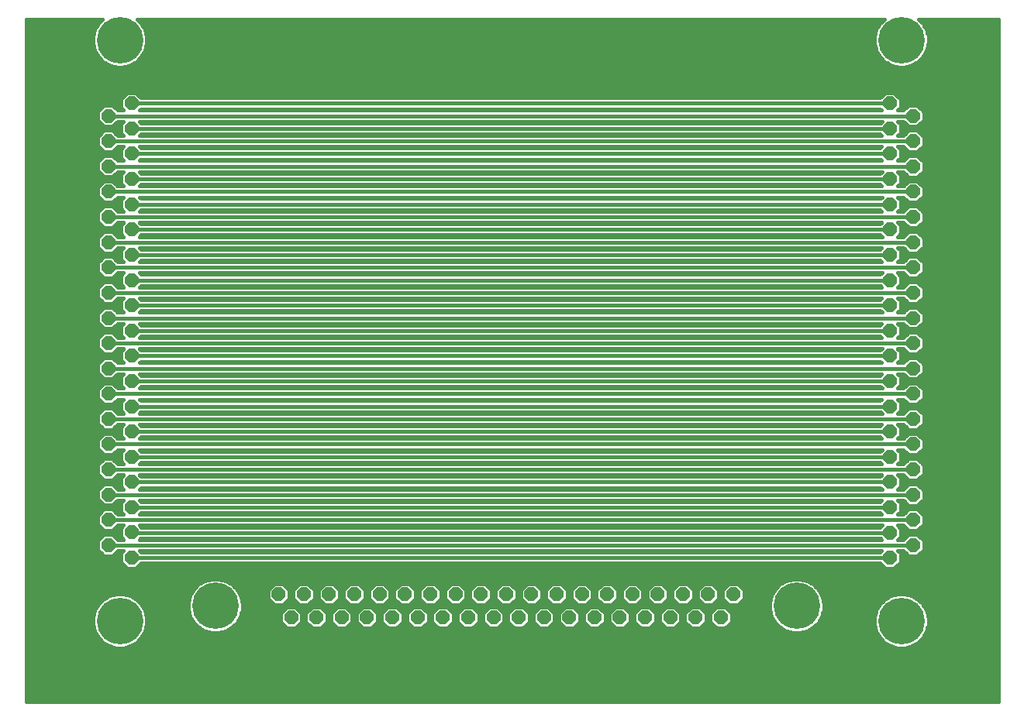
<source format=gtl>
G75*
%MOIN*%
%OFA0B0*%
%FSLAX25Y25*%
%IPPOS*%
%LPD*%
%AMOC8*
5,1,8,0,0,1.08239X$1,22.5*
%
%ADD10OC8,0.06000*%
%ADD11C,0.20000*%
%ADD12C,0.01600*%
D10*
X0075300Y0091004D03*
X0065300Y0096404D03*
X0075300Y0101904D03*
X0065300Y0107304D03*
X0075300Y0112704D03*
X0065300Y0118204D03*
X0075300Y0123604D03*
X0065300Y0129004D03*
X0075300Y0134504D03*
X0065300Y0139904D03*
X0075300Y0145304D03*
X0065300Y0150804D03*
X0075300Y0156204D03*
X0065300Y0161604D03*
X0075300Y0167104D03*
X0065300Y0172504D03*
X0075300Y0177904D03*
X0065300Y0183404D03*
X0075300Y0188804D03*
X0065300Y0194204D03*
X0075300Y0199704D03*
X0065300Y0205104D03*
X0075300Y0210504D03*
X0065300Y0216004D03*
X0075300Y0221404D03*
X0065300Y0226804D03*
X0075300Y0232304D03*
X0065300Y0237704D03*
X0075300Y0243204D03*
X0065300Y0248604D03*
X0075300Y0254004D03*
X0065300Y0259504D03*
X0075300Y0264904D03*
X0065300Y0270304D03*
X0075300Y0275804D03*
X0065300Y0281204D03*
X0075300Y0286604D03*
X0138563Y0075300D03*
X0149363Y0075300D03*
X0160263Y0075300D03*
X0171163Y0075300D03*
X0181963Y0075300D03*
X0192863Y0075300D03*
X0203763Y0075300D03*
X0214663Y0075300D03*
X0225463Y0075300D03*
X0236363Y0075300D03*
X0247263Y0075300D03*
X0258063Y0075300D03*
X0268963Y0075300D03*
X0279863Y0075300D03*
X0290663Y0075300D03*
X0301563Y0075300D03*
X0312463Y0075300D03*
X0323263Y0075300D03*
X0334163Y0075300D03*
X0328763Y0065300D03*
X0317863Y0065300D03*
X0306963Y0065300D03*
X0296163Y0065300D03*
X0285263Y0065300D03*
X0274363Y0065300D03*
X0263563Y0065300D03*
X0252663Y0065300D03*
X0241763Y0065300D03*
X0230963Y0065300D03*
X0220063Y0065300D03*
X0209163Y0065300D03*
X0198363Y0065300D03*
X0187463Y0065300D03*
X0176563Y0065300D03*
X0165663Y0065300D03*
X0154863Y0065300D03*
X0143963Y0065300D03*
X0401363Y0091004D03*
X0401363Y0101804D03*
X0411363Y0096404D03*
X0411363Y0107304D03*
X0411363Y0118104D03*
X0401363Y0112704D03*
X0401363Y0123604D03*
X0401363Y0134404D03*
X0401363Y0145304D03*
X0411363Y0150704D03*
X0411363Y0139904D03*
X0411363Y0129004D03*
X0401363Y0156204D03*
X0401363Y0167104D03*
X0401363Y0177904D03*
X0411363Y0172504D03*
X0411363Y0183404D03*
X0411363Y0194204D03*
X0401363Y0188804D03*
X0401363Y0199704D03*
X0401363Y0210504D03*
X0411363Y0205104D03*
X0411363Y0216004D03*
X0411363Y0226804D03*
X0411363Y0237704D03*
X0401363Y0243104D03*
X0401363Y0232304D03*
X0401363Y0221404D03*
X0411363Y0248604D03*
X0411363Y0259404D03*
X0411363Y0270304D03*
X0401363Y0275704D03*
X0401363Y0264904D03*
X0401363Y0254004D03*
X0411363Y0281204D03*
X0401363Y0286604D03*
X0411363Y0161604D03*
D11*
X0361363Y0070300D03*
X0406363Y0063804D03*
X0111363Y0070300D03*
X0070300Y0063804D03*
X0070300Y0313804D03*
X0406363Y0313804D03*
D12*
X0030073Y0322850D02*
X0030073Y0028931D01*
X0448007Y0028931D01*
X0448007Y0322850D01*
X0413722Y0322850D01*
X0415645Y0320927D01*
X0417172Y0318281D01*
X0417963Y0315331D01*
X0417963Y0312277D01*
X0417172Y0309327D01*
X0415645Y0306681D01*
X0413486Y0304522D01*
X0410840Y0302994D01*
X0407890Y0302204D01*
X0404836Y0302204D01*
X0401886Y0302994D01*
X0399240Y0304522D01*
X0397081Y0306681D01*
X0395554Y0309327D01*
X0394763Y0312277D01*
X0394763Y0315331D01*
X0395554Y0318281D01*
X0397081Y0320927D01*
X0399004Y0322850D01*
X0077659Y0322850D01*
X0079582Y0320927D01*
X0081109Y0318281D01*
X0081900Y0315331D01*
X0081900Y0312277D01*
X0081109Y0309327D01*
X0079582Y0306681D01*
X0077423Y0304522D01*
X0074777Y0302994D01*
X0071827Y0302204D01*
X0068773Y0302204D01*
X0065823Y0302994D01*
X0063177Y0304522D01*
X0061018Y0306681D01*
X0059491Y0309327D01*
X0058700Y0312277D01*
X0058700Y0315331D01*
X0059491Y0318281D01*
X0061018Y0320927D01*
X0062941Y0322850D01*
X0030073Y0322850D01*
X0030073Y0321499D02*
X0061590Y0321499D01*
X0060425Y0319900D02*
X0030073Y0319900D01*
X0030073Y0318302D02*
X0059502Y0318302D01*
X0059068Y0316703D02*
X0030073Y0316703D01*
X0030073Y0315105D02*
X0058700Y0315105D01*
X0058700Y0313506D02*
X0030073Y0313506D01*
X0030073Y0311908D02*
X0058799Y0311908D01*
X0059227Y0310309D02*
X0030073Y0310309D01*
X0030073Y0308711D02*
X0059846Y0308711D01*
X0060769Y0307112D02*
X0030073Y0307112D01*
X0030073Y0305514D02*
X0062185Y0305514D01*
X0064228Y0303915D02*
X0030073Y0303915D01*
X0030073Y0302317D02*
X0068352Y0302317D01*
X0072248Y0302317D02*
X0404415Y0302317D01*
X0408311Y0302317D02*
X0448007Y0302317D01*
X0448007Y0303915D02*
X0412435Y0303915D01*
X0414478Y0305514D02*
X0448007Y0305514D01*
X0448007Y0307112D02*
X0415894Y0307112D01*
X0416817Y0308711D02*
X0448007Y0308711D01*
X0448007Y0310309D02*
X0417436Y0310309D01*
X0417864Y0311908D02*
X0448007Y0311908D01*
X0448007Y0313506D02*
X0417963Y0313506D01*
X0417963Y0315105D02*
X0448007Y0315105D01*
X0448007Y0316703D02*
X0417595Y0316703D01*
X0417161Y0318302D02*
X0448007Y0318302D01*
X0448007Y0319900D02*
X0416238Y0319900D01*
X0415073Y0321499D02*
X0448007Y0321499D01*
X0448007Y0300718D02*
X0030073Y0300718D01*
X0030073Y0299120D02*
X0448007Y0299120D01*
X0448007Y0297521D02*
X0030073Y0297521D01*
X0030073Y0295923D02*
X0448007Y0295923D01*
X0448007Y0294324D02*
X0030073Y0294324D01*
X0030073Y0292726D02*
X0448007Y0292726D01*
X0448007Y0291127D02*
X0403345Y0291127D01*
X0403268Y0291204D02*
X0399458Y0291204D01*
X0397258Y0289004D01*
X0079405Y0289004D01*
X0077205Y0291204D01*
X0073395Y0291204D01*
X0070700Y0288509D01*
X0070700Y0284699D01*
X0071795Y0283604D01*
X0069405Y0283604D01*
X0067205Y0285804D01*
X0063395Y0285804D01*
X0060700Y0283109D01*
X0060700Y0279299D01*
X0063395Y0276604D01*
X0067205Y0276604D01*
X0069405Y0278804D01*
X0071795Y0278804D01*
X0070700Y0277709D01*
X0070700Y0273899D01*
X0071895Y0272704D01*
X0069405Y0272704D01*
X0067205Y0274904D01*
X0063395Y0274904D01*
X0060700Y0272209D01*
X0060700Y0268399D01*
X0063395Y0265704D01*
X0067205Y0265704D01*
X0069405Y0267904D01*
X0071795Y0267904D01*
X0070700Y0266809D01*
X0070700Y0262999D01*
X0071795Y0261904D01*
X0069405Y0261904D01*
X0067205Y0264104D01*
X0063395Y0264104D01*
X0060700Y0261409D01*
X0060700Y0257599D01*
X0063395Y0254904D01*
X0067205Y0254904D01*
X0069405Y0257104D01*
X0071895Y0257104D01*
X0070700Y0255909D01*
X0070700Y0252099D01*
X0071795Y0251004D01*
X0069405Y0251004D01*
X0067205Y0253204D01*
X0063395Y0253204D01*
X0060700Y0250509D01*
X0060700Y0246699D01*
X0063395Y0244004D01*
X0067205Y0244004D01*
X0069405Y0246204D01*
X0071795Y0246204D01*
X0070700Y0245109D01*
X0070700Y0241299D01*
X0071895Y0240104D01*
X0069405Y0240104D01*
X0067205Y0242304D01*
X0063395Y0242304D01*
X0060700Y0239609D01*
X0060700Y0235799D01*
X0063395Y0233104D01*
X0067205Y0233104D01*
X0069405Y0235304D01*
X0071795Y0235304D01*
X0070700Y0234209D01*
X0070700Y0230399D01*
X0071895Y0229204D01*
X0069405Y0229204D01*
X0067205Y0231404D01*
X0063395Y0231404D01*
X0060700Y0228709D01*
X0060700Y0224899D01*
X0063395Y0222204D01*
X0067205Y0222204D01*
X0069405Y0224404D01*
X0071795Y0224404D01*
X0070700Y0223309D01*
X0070700Y0219499D01*
X0071795Y0218404D01*
X0069405Y0218404D01*
X0067205Y0220604D01*
X0063395Y0220604D01*
X0060700Y0217909D01*
X0060700Y0214099D01*
X0063395Y0211404D01*
X0067205Y0211404D01*
X0069405Y0213604D01*
X0071895Y0213604D01*
X0070700Y0212409D01*
X0070700Y0208599D01*
X0071795Y0207504D01*
X0069405Y0207504D01*
X0067205Y0209704D01*
X0063395Y0209704D01*
X0060700Y0207009D01*
X0060700Y0203199D01*
X0063395Y0200504D01*
X0067205Y0200504D01*
X0069405Y0202704D01*
X0071795Y0202704D01*
X0070700Y0201609D01*
X0070700Y0197799D01*
X0071895Y0196604D01*
X0069405Y0196604D01*
X0067205Y0198804D01*
X0063395Y0198804D01*
X0060700Y0196109D01*
X0060700Y0192299D01*
X0063395Y0189604D01*
X0067205Y0189604D01*
X0069405Y0191804D01*
X0071795Y0191804D01*
X0070700Y0190709D01*
X0070700Y0186899D01*
X0071795Y0185804D01*
X0069405Y0185804D01*
X0067205Y0188004D01*
X0063395Y0188004D01*
X0060700Y0185309D01*
X0060700Y0181499D01*
X0063395Y0178804D01*
X0067205Y0178804D01*
X0069405Y0181004D01*
X0071895Y0181004D01*
X0070700Y0179809D01*
X0070700Y0175999D01*
X0071795Y0174904D01*
X0069405Y0174904D01*
X0067205Y0177104D01*
X0063395Y0177104D01*
X0060700Y0174409D01*
X0060700Y0170599D01*
X0063395Y0167904D01*
X0067205Y0167904D01*
X0069405Y0170104D01*
X0071795Y0170104D01*
X0070700Y0169009D01*
X0070700Y0165199D01*
X0071895Y0164004D01*
X0069405Y0164004D01*
X0067205Y0166204D01*
X0063395Y0166204D01*
X0060700Y0163509D01*
X0060700Y0159699D01*
X0063395Y0157004D01*
X0067205Y0157004D01*
X0069405Y0159204D01*
X0071795Y0159204D01*
X0070700Y0158109D01*
X0070700Y0154299D01*
X0071895Y0153104D01*
X0069505Y0153104D01*
X0067205Y0155404D01*
X0063395Y0155404D01*
X0060700Y0152709D01*
X0060700Y0148899D01*
X0063395Y0146204D01*
X0067205Y0146204D01*
X0069305Y0148304D01*
X0071795Y0148304D01*
X0070700Y0147209D01*
X0070700Y0143399D01*
X0071795Y0142304D01*
X0069405Y0142304D01*
X0067205Y0144504D01*
X0063395Y0144504D01*
X0060700Y0141809D01*
X0060700Y0137999D01*
X0063395Y0135304D01*
X0067205Y0135304D01*
X0069405Y0137504D01*
X0071795Y0137504D01*
X0070700Y0136409D01*
X0070700Y0132599D01*
X0071895Y0131404D01*
X0069405Y0131404D01*
X0067205Y0133604D01*
X0063395Y0133604D01*
X0060700Y0130909D01*
X0060700Y0127099D01*
X0063395Y0124404D01*
X0067205Y0124404D01*
X0069405Y0126604D01*
X0071795Y0126604D01*
X0070700Y0125509D01*
X0070700Y0121699D01*
X0071895Y0120504D01*
X0069505Y0120504D01*
X0067205Y0122804D01*
X0063395Y0122804D01*
X0060700Y0120109D01*
X0060700Y0116299D01*
X0063395Y0113604D01*
X0067205Y0113604D01*
X0069305Y0115704D01*
X0071795Y0115704D01*
X0070700Y0114609D01*
X0070700Y0110799D01*
X0071795Y0109704D01*
X0069405Y0109704D01*
X0067205Y0111904D01*
X0063395Y0111904D01*
X0060700Y0109209D01*
X0060700Y0105399D01*
X0063395Y0102704D01*
X0067205Y0102704D01*
X0069405Y0104904D01*
X0071795Y0104904D01*
X0070700Y0103809D01*
X0070700Y0099999D01*
X0071895Y0098804D01*
X0069405Y0098804D01*
X0067205Y0101004D01*
X0063395Y0101004D01*
X0060700Y0098309D01*
X0060700Y0094499D01*
X0063395Y0091804D01*
X0067205Y0091804D01*
X0069405Y0094004D01*
X0071795Y0094004D01*
X0070700Y0092909D01*
X0070700Y0089099D01*
X0073395Y0086404D01*
X0077205Y0086404D01*
X0079405Y0088604D01*
X0397258Y0088604D01*
X0399458Y0086404D01*
X0403268Y0086404D01*
X0405963Y0089099D01*
X0405963Y0092909D01*
X0404868Y0094004D01*
X0407258Y0094004D01*
X0409458Y0091804D01*
X0413268Y0091804D01*
X0415963Y0094499D01*
X0415963Y0098309D01*
X0413268Y0101004D01*
X0409458Y0101004D01*
X0407258Y0098804D01*
X0404868Y0098804D01*
X0405963Y0099899D01*
X0405963Y0103709D01*
X0404768Y0104904D01*
X0407258Y0104904D01*
X0409458Y0102704D01*
X0413268Y0102704D01*
X0415963Y0105399D01*
X0415963Y0109209D01*
X0413268Y0111904D01*
X0409458Y0111904D01*
X0407258Y0109704D01*
X0404868Y0109704D01*
X0405963Y0110799D01*
X0405963Y0114609D01*
X0404868Y0115704D01*
X0407258Y0115704D01*
X0409458Y0113504D01*
X0413268Y0113504D01*
X0415963Y0116199D01*
X0415963Y0120009D01*
X0413268Y0122704D01*
X0409458Y0122704D01*
X0407258Y0120504D01*
X0404768Y0120504D01*
X0405963Y0121699D01*
X0405963Y0125509D01*
X0404868Y0126604D01*
X0407258Y0126604D01*
X0409458Y0124404D01*
X0413268Y0124404D01*
X0415963Y0127099D01*
X0415963Y0130909D01*
X0413268Y0133604D01*
X0409458Y0133604D01*
X0407258Y0131404D01*
X0404868Y0131404D01*
X0405963Y0132499D01*
X0405963Y0136309D01*
X0404768Y0137504D01*
X0407258Y0137504D01*
X0409458Y0135304D01*
X0413268Y0135304D01*
X0415963Y0137999D01*
X0415963Y0141809D01*
X0413268Y0144504D01*
X0409458Y0144504D01*
X0407258Y0142304D01*
X0404868Y0142304D01*
X0405963Y0143399D01*
X0405963Y0147209D01*
X0404868Y0148304D01*
X0407258Y0148304D01*
X0409458Y0146104D01*
X0413268Y0146104D01*
X0415963Y0148799D01*
X0415963Y0152609D01*
X0413268Y0155304D01*
X0409458Y0155304D01*
X0407258Y0153104D01*
X0404768Y0153104D01*
X0405963Y0154299D01*
X0405963Y0158109D01*
X0404868Y0159204D01*
X0407258Y0159204D01*
X0409458Y0157004D01*
X0413268Y0157004D01*
X0415963Y0159699D01*
X0415963Y0163509D01*
X0413268Y0166204D01*
X0409458Y0166204D01*
X0407258Y0164004D01*
X0404768Y0164004D01*
X0405963Y0165199D01*
X0405963Y0169009D01*
X0404868Y0170104D01*
X0407258Y0170104D01*
X0409458Y0167904D01*
X0413268Y0167904D01*
X0415963Y0170599D01*
X0415963Y0174409D01*
X0413268Y0177104D01*
X0409458Y0177104D01*
X0407258Y0174904D01*
X0404868Y0174904D01*
X0405963Y0175999D01*
X0405963Y0179809D01*
X0404768Y0181004D01*
X0407258Y0181004D01*
X0409458Y0178804D01*
X0413268Y0178804D01*
X0415963Y0181499D01*
X0415963Y0185309D01*
X0413268Y0188004D01*
X0409458Y0188004D01*
X0407258Y0185804D01*
X0404868Y0185804D01*
X0405963Y0186899D01*
X0405963Y0190709D01*
X0404868Y0191804D01*
X0407258Y0191804D01*
X0409458Y0189604D01*
X0413268Y0189604D01*
X0415963Y0192299D01*
X0415963Y0196109D01*
X0413268Y0198804D01*
X0409458Y0198804D01*
X0407258Y0196604D01*
X0404768Y0196604D01*
X0405963Y0197799D01*
X0405963Y0201609D01*
X0404868Y0202704D01*
X0407258Y0202704D01*
X0409458Y0200504D01*
X0413268Y0200504D01*
X0415963Y0203199D01*
X0415963Y0207009D01*
X0413268Y0209704D01*
X0409458Y0209704D01*
X0407258Y0207504D01*
X0404868Y0207504D01*
X0405963Y0208599D01*
X0405963Y0212409D01*
X0404768Y0213604D01*
X0407258Y0213604D01*
X0409458Y0211404D01*
X0413268Y0211404D01*
X0415963Y0214099D01*
X0415963Y0217909D01*
X0413268Y0220604D01*
X0409458Y0220604D01*
X0407258Y0218404D01*
X0404868Y0218404D01*
X0405963Y0219499D01*
X0405963Y0223309D01*
X0404868Y0224404D01*
X0407258Y0224404D01*
X0409458Y0222204D01*
X0413268Y0222204D01*
X0415963Y0224899D01*
X0415963Y0228709D01*
X0413268Y0231404D01*
X0409458Y0231404D01*
X0407258Y0229204D01*
X0404768Y0229204D01*
X0405963Y0230399D01*
X0405963Y0234209D01*
X0404868Y0235304D01*
X0407258Y0235304D01*
X0409458Y0233104D01*
X0413268Y0233104D01*
X0415963Y0235799D01*
X0415963Y0239609D01*
X0413268Y0242304D01*
X0409458Y0242304D01*
X0407258Y0240104D01*
X0404868Y0240104D01*
X0405963Y0241199D01*
X0405963Y0245009D01*
X0404768Y0246204D01*
X0407258Y0246204D01*
X0409458Y0244004D01*
X0413268Y0244004D01*
X0415963Y0246699D01*
X0415963Y0250509D01*
X0413268Y0253204D01*
X0409458Y0253204D01*
X0407258Y0251004D01*
X0404868Y0251004D01*
X0405963Y0252099D01*
X0405963Y0255909D01*
X0404768Y0257104D01*
X0407158Y0257104D01*
X0409458Y0254804D01*
X0413268Y0254804D01*
X0415963Y0257499D01*
X0415963Y0261309D01*
X0413268Y0264004D01*
X0409458Y0264004D01*
X0407358Y0261904D01*
X0404868Y0261904D01*
X0405963Y0262999D01*
X0405963Y0266809D01*
X0404868Y0267904D01*
X0407258Y0267904D01*
X0409458Y0265704D01*
X0413268Y0265704D01*
X0415963Y0268399D01*
X0415963Y0272209D01*
X0413268Y0274904D01*
X0409458Y0274904D01*
X0407258Y0272704D01*
X0404868Y0272704D01*
X0405963Y0273799D01*
X0405963Y0277609D01*
X0404768Y0278804D01*
X0407258Y0278804D01*
X0409458Y0276604D01*
X0413268Y0276604D01*
X0415963Y0279299D01*
X0415963Y0283109D01*
X0413268Y0285804D01*
X0409458Y0285804D01*
X0407258Y0283604D01*
X0404868Y0283604D01*
X0405963Y0284699D01*
X0405963Y0288509D01*
X0403268Y0291204D01*
X0404944Y0289529D02*
X0448007Y0289529D01*
X0448007Y0287930D02*
X0405963Y0287930D01*
X0405963Y0286332D02*
X0448007Y0286332D01*
X0448007Y0284733D02*
X0414339Y0284733D01*
X0415938Y0283134D02*
X0448007Y0283134D01*
X0448007Y0281536D02*
X0415963Y0281536D01*
X0415963Y0279937D02*
X0448007Y0279937D01*
X0448007Y0278339D02*
X0415003Y0278339D01*
X0413405Y0276740D02*
X0448007Y0276740D01*
X0448007Y0275142D02*
X0405963Y0275142D01*
X0405963Y0276740D02*
X0409321Y0276740D01*
X0407723Y0278339D02*
X0405233Y0278339D01*
X0401363Y0275804D02*
X0401363Y0275704D01*
X0401363Y0275804D02*
X0075300Y0275804D01*
X0078705Y0272704D02*
X0079405Y0273404D01*
X0397158Y0273404D01*
X0397858Y0272704D01*
X0078705Y0272704D01*
X0078805Y0267904D02*
X0397858Y0267904D01*
X0397258Y0267304D01*
X0079405Y0267304D01*
X0078805Y0267904D01*
X0075300Y0264904D02*
X0401363Y0264904D01*
X0397858Y0261904D02*
X0078805Y0261904D01*
X0079405Y0262504D01*
X0397258Y0262504D01*
X0397858Y0261904D01*
X0397408Y0262354D02*
X0079255Y0262354D01*
X0078705Y0257104D02*
X0397958Y0257104D01*
X0397258Y0256404D01*
X0079405Y0256404D01*
X0078705Y0257104D01*
X0075300Y0254004D02*
X0401363Y0254004D01*
X0405963Y0254361D02*
X0448007Y0254361D01*
X0448007Y0252763D02*
X0413710Y0252763D01*
X0415308Y0251164D02*
X0448007Y0251164D01*
X0448007Y0249566D02*
X0415963Y0249566D01*
X0415963Y0247967D02*
X0448007Y0247967D01*
X0448007Y0246369D02*
X0415633Y0246369D01*
X0414035Y0244770D02*
X0448007Y0244770D01*
X0448007Y0243172D02*
X0405963Y0243172D01*
X0405963Y0244770D02*
X0408691Y0244770D01*
X0408727Y0241573D02*
X0405963Y0241573D01*
X0401363Y0243104D02*
X0401363Y0243204D01*
X0075300Y0243204D01*
X0070700Y0243172D02*
X0030073Y0243172D01*
X0030073Y0244770D02*
X0062628Y0244770D01*
X0061030Y0246369D02*
X0030073Y0246369D01*
X0030073Y0247967D02*
X0060700Y0247967D01*
X0060700Y0249566D02*
X0030073Y0249566D01*
X0030073Y0251164D02*
X0061355Y0251164D01*
X0062953Y0252763D02*
X0030073Y0252763D01*
X0030073Y0254361D02*
X0070700Y0254361D01*
X0070700Y0252763D02*
X0067647Y0252763D01*
X0069245Y0251164D02*
X0071634Y0251164D01*
X0070750Y0255960D02*
X0068261Y0255960D01*
X0065300Y0259504D02*
X0411263Y0259504D01*
X0411363Y0259404D01*
X0415963Y0259157D02*
X0448007Y0259157D01*
X0448007Y0260755D02*
X0415963Y0260755D01*
X0414918Y0262354D02*
X0448007Y0262354D01*
X0448007Y0263952D02*
X0413320Y0263952D01*
X0414714Y0267149D02*
X0448007Y0267149D01*
X0448007Y0265551D02*
X0405963Y0265551D01*
X0405963Y0263952D02*
X0409406Y0263952D01*
X0407808Y0262354D02*
X0405318Y0262354D01*
X0405623Y0267149D02*
X0408012Y0267149D01*
X0411363Y0270304D02*
X0065300Y0270304D01*
X0068566Y0273543D02*
X0071055Y0273543D01*
X0070700Y0275142D02*
X0030073Y0275142D01*
X0030073Y0276740D02*
X0063258Y0276740D01*
X0061660Y0278339D02*
X0030073Y0278339D01*
X0030073Y0279937D02*
X0060700Y0279937D01*
X0060700Y0281536D02*
X0030073Y0281536D01*
X0030073Y0283134D02*
X0060725Y0283134D01*
X0062324Y0284733D02*
X0030073Y0284733D01*
X0030073Y0286332D02*
X0070700Y0286332D01*
X0070700Y0287930D02*
X0030073Y0287930D01*
X0030073Y0289529D02*
X0071719Y0289529D01*
X0073318Y0291127D02*
X0030073Y0291127D01*
X0030073Y0273543D02*
X0062034Y0273543D01*
X0060700Y0271945D02*
X0030073Y0271945D01*
X0030073Y0270346D02*
X0060700Y0270346D01*
X0060700Y0268748D02*
X0030073Y0268748D01*
X0030073Y0267149D02*
X0061949Y0267149D01*
X0063243Y0263952D02*
X0030073Y0263952D01*
X0030073Y0262354D02*
X0061645Y0262354D01*
X0060700Y0260755D02*
X0030073Y0260755D01*
X0030073Y0259157D02*
X0060700Y0259157D01*
X0060740Y0257558D02*
X0030073Y0257558D01*
X0030073Y0255960D02*
X0062339Y0255960D01*
X0065300Y0248604D02*
X0411363Y0248604D01*
X0407418Y0251164D02*
X0405029Y0251164D01*
X0405963Y0252763D02*
X0409016Y0252763D01*
X0408302Y0255960D02*
X0405912Y0255960D01*
X0397858Y0251004D02*
X0078805Y0251004D01*
X0079405Y0251604D01*
X0397258Y0251604D01*
X0397858Y0251004D01*
X0397697Y0251164D02*
X0078966Y0251164D01*
X0078805Y0246204D02*
X0397958Y0246204D01*
X0397358Y0245604D01*
X0079405Y0245604D01*
X0078805Y0246204D01*
X0079405Y0240804D02*
X0078705Y0240104D01*
X0397858Y0240104D01*
X0397158Y0240804D01*
X0079405Y0240804D01*
X0078805Y0235304D02*
X0397858Y0235304D01*
X0397258Y0234704D01*
X0079405Y0234704D01*
X0078805Y0235304D01*
X0078930Y0235179D02*
X0397733Y0235179D01*
X0401363Y0232304D02*
X0075300Y0232304D01*
X0078705Y0229204D02*
X0079405Y0229904D01*
X0397258Y0229904D01*
X0397958Y0229204D01*
X0078705Y0229204D01*
X0078805Y0224404D02*
X0397858Y0224404D01*
X0397258Y0223804D01*
X0079405Y0223804D01*
X0078805Y0224404D01*
X0079220Y0223990D02*
X0397443Y0223990D01*
X0401363Y0221404D02*
X0075300Y0221404D01*
X0078805Y0218404D02*
X0079405Y0219004D01*
X0397258Y0219004D01*
X0397858Y0218404D01*
X0078805Y0218404D01*
X0078705Y0213604D02*
X0397958Y0213604D01*
X0397258Y0212904D01*
X0079405Y0212904D01*
X0078705Y0213604D01*
X0075300Y0210504D02*
X0401363Y0210504D01*
X0397858Y0207504D02*
X0397258Y0208104D01*
X0079405Y0208104D01*
X0078805Y0207504D01*
X0397858Y0207504D01*
X0397357Y0208004D02*
X0079306Y0208004D01*
X0078805Y0202704D02*
X0397858Y0202704D01*
X0397258Y0202104D01*
X0079405Y0202104D01*
X0078805Y0202704D01*
X0075300Y0199704D02*
X0401363Y0199704D01*
X0397958Y0196604D02*
X0078705Y0196604D01*
X0079405Y0197304D01*
X0397258Y0197304D01*
X0397958Y0196604D01*
X0397747Y0196815D02*
X0078916Y0196815D01*
X0078805Y0191804D02*
X0397858Y0191804D01*
X0397258Y0191204D01*
X0079405Y0191204D01*
X0078805Y0191804D01*
X0075300Y0188804D02*
X0401363Y0188804D01*
X0405963Y0188822D02*
X0448007Y0188822D01*
X0448007Y0187224D02*
X0414048Y0187224D01*
X0415647Y0185625D02*
X0448007Y0185625D01*
X0448007Y0184027D02*
X0415963Y0184027D01*
X0415963Y0182428D02*
X0448007Y0182428D01*
X0448007Y0180830D02*
X0415294Y0180830D01*
X0413696Y0179231D02*
X0448007Y0179231D01*
X0448007Y0177633D02*
X0405963Y0177633D01*
X0405963Y0179231D02*
X0409030Y0179231D01*
X0407432Y0180830D02*
X0404943Y0180830D01*
X0401363Y0177904D02*
X0075300Y0177904D01*
X0078705Y0181004D02*
X0397958Y0181004D01*
X0397258Y0180304D01*
X0079405Y0180304D01*
X0078705Y0181004D01*
X0078880Y0180830D02*
X0397783Y0180830D01*
X0397258Y0175504D02*
X0397858Y0174904D01*
X0078805Y0174904D01*
X0079405Y0175504D01*
X0397258Y0175504D01*
X0405963Y0176034D02*
X0408388Y0176034D01*
X0411363Y0172504D02*
X0065300Y0172504D01*
X0060700Y0172837D02*
X0030073Y0172837D01*
X0030073Y0171239D02*
X0060700Y0171239D01*
X0061658Y0169640D02*
X0030073Y0169640D01*
X0030073Y0168042D02*
X0063257Y0168042D01*
X0062035Y0164845D02*
X0030073Y0164845D01*
X0030073Y0166443D02*
X0070700Y0166443D01*
X0070700Y0168042D02*
X0067343Y0168042D01*
X0068942Y0169640D02*
X0071331Y0169640D01*
X0075300Y0167104D02*
X0401363Y0167104D01*
X0397958Y0164004D02*
X0078705Y0164004D01*
X0079405Y0164704D01*
X0397258Y0164704D01*
X0397958Y0164004D01*
X0397858Y0159204D02*
X0397258Y0158604D01*
X0079405Y0158604D01*
X0078805Y0159204D01*
X0397858Y0159204D01*
X0401363Y0156204D02*
X0075300Y0156204D01*
X0078705Y0153104D02*
X0079405Y0153804D01*
X0397258Y0153804D01*
X0397958Y0153104D01*
X0078705Y0153104D01*
X0079256Y0153655D02*
X0397406Y0153655D01*
X0405319Y0153655D02*
X0407809Y0153655D01*
X0409407Y0155254D02*
X0405963Y0155254D01*
X0405963Y0156852D02*
X0448007Y0156852D01*
X0448007Y0155254D02*
X0413319Y0155254D01*
X0414917Y0153655D02*
X0448007Y0153655D01*
X0448007Y0152057D02*
X0415963Y0152057D01*
X0415963Y0150458D02*
X0448007Y0150458D01*
X0448007Y0148860D02*
X0415963Y0148860D01*
X0414425Y0147261D02*
X0448007Y0147261D01*
X0448007Y0145663D02*
X0405963Y0145663D01*
X0405911Y0147261D02*
X0408301Y0147261D01*
X0409018Y0144064D02*
X0405963Y0144064D01*
X0405030Y0142465D02*
X0407419Y0142465D01*
X0411363Y0139904D02*
X0065300Y0139904D01*
X0060700Y0139268D02*
X0030073Y0139268D01*
X0030073Y0137670D02*
X0061029Y0137670D01*
X0062627Y0136071D02*
X0030073Y0136071D01*
X0030073Y0134473D02*
X0070700Y0134473D01*
X0070700Y0136071D02*
X0067973Y0136071D01*
X0067935Y0132874D02*
X0070700Y0132874D01*
X0075300Y0134404D02*
X0075300Y0134504D01*
X0075300Y0134404D02*
X0401363Y0134404D01*
X0405963Y0134473D02*
X0448007Y0134473D01*
X0448007Y0136071D02*
X0414036Y0136071D01*
X0415634Y0137670D02*
X0448007Y0137670D01*
X0448007Y0139268D02*
X0415963Y0139268D01*
X0415963Y0140867D02*
X0448007Y0140867D01*
X0448007Y0142465D02*
X0415307Y0142465D01*
X0413708Y0144064D02*
X0448007Y0144064D01*
X0448007Y0132874D02*
X0413998Y0132874D01*
X0415596Y0131276D02*
X0448007Y0131276D01*
X0448007Y0129677D02*
X0415963Y0129677D01*
X0415963Y0128079D02*
X0448007Y0128079D01*
X0448007Y0126480D02*
X0415345Y0126480D01*
X0413746Y0124882D02*
X0448007Y0124882D01*
X0448007Y0123283D02*
X0405963Y0123283D01*
X0405949Y0121685D02*
X0408439Y0121685D01*
X0408980Y0124882D02*
X0405963Y0124882D01*
X0404992Y0126480D02*
X0407381Y0126480D01*
X0411363Y0129004D02*
X0065300Y0129004D01*
X0060700Y0129677D02*
X0030073Y0129677D01*
X0030073Y0128079D02*
X0060700Y0128079D01*
X0061318Y0126480D02*
X0030073Y0126480D01*
X0030073Y0124882D02*
X0062917Y0124882D01*
X0062276Y0121685D02*
X0030073Y0121685D01*
X0030073Y0123283D02*
X0070700Y0123283D01*
X0070714Y0121685D02*
X0068324Y0121685D01*
X0067683Y0124882D02*
X0070700Y0124882D01*
X0071671Y0126480D02*
X0069282Y0126480D01*
X0075300Y0123604D02*
X0401363Y0123604D01*
X0397958Y0120504D02*
X0078705Y0120504D01*
X0079405Y0121204D01*
X0397258Y0121204D01*
X0397958Y0120504D01*
X0397858Y0115704D02*
X0397258Y0115104D01*
X0079405Y0115104D01*
X0078805Y0115704D01*
X0397858Y0115704D01*
X0397444Y0115291D02*
X0079218Y0115291D01*
X0075300Y0112704D02*
X0401363Y0112704D01*
X0397858Y0109704D02*
X0078805Y0109704D01*
X0079405Y0110304D01*
X0397258Y0110304D01*
X0397858Y0109704D01*
X0405660Y0110495D02*
X0408049Y0110495D01*
X0405963Y0112094D02*
X0448007Y0112094D01*
X0448007Y0113692D02*
X0413457Y0113692D01*
X0415055Y0115291D02*
X0448007Y0115291D01*
X0448007Y0116889D02*
X0415963Y0116889D01*
X0415963Y0118488D02*
X0448007Y0118488D01*
X0448007Y0120086D02*
X0415886Y0120086D01*
X0414287Y0121685D02*
X0448007Y0121685D01*
X0448007Y0110495D02*
X0414677Y0110495D01*
X0415963Y0108897D02*
X0448007Y0108897D01*
X0448007Y0107298D02*
X0415963Y0107298D01*
X0415963Y0105700D02*
X0448007Y0105700D01*
X0448007Y0104101D02*
X0414666Y0104101D01*
X0413368Y0100904D02*
X0448007Y0100904D01*
X0448007Y0099306D02*
X0414967Y0099306D01*
X0415963Y0097707D02*
X0448007Y0097707D01*
X0448007Y0096109D02*
X0415963Y0096109D01*
X0415963Y0094510D02*
X0448007Y0094510D01*
X0448007Y0092912D02*
X0414376Y0092912D01*
X0411363Y0096404D02*
X0065300Y0096404D01*
X0060700Y0096109D02*
X0030073Y0096109D01*
X0030073Y0097707D02*
X0060700Y0097707D01*
X0061696Y0099306D02*
X0030073Y0099306D01*
X0030073Y0100904D02*
X0063295Y0100904D01*
X0061997Y0104101D02*
X0030073Y0104101D01*
X0030073Y0102503D02*
X0070700Y0102503D01*
X0070700Y0100904D02*
X0067305Y0100904D01*
X0068904Y0099306D02*
X0071393Y0099306D01*
X0075300Y0101804D02*
X0075300Y0101904D01*
X0075300Y0101804D02*
X0401363Y0101804D01*
X0397958Y0104904D02*
X0397258Y0104204D01*
X0079505Y0104204D01*
X0078805Y0104904D01*
X0397958Y0104904D01*
X0397258Y0099404D02*
X0397858Y0098804D01*
X0078705Y0098804D01*
X0079305Y0099404D01*
X0397258Y0099404D01*
X0397356Y0099306D02*
X0079207Y0099306D01*
X0078805Y0094004D02*
X0397858Y0094004D01*
X0397258Y0093404D01*
X0079405Y0093404D01*
X0078805Y0094004D01*
X0075300Y0091004D02*
X0401363Y0091004D01*
X0405963Y0091313D02*
X0448007Y0091313D01*
X0448007Y0089715D02*
X0405963Y0089715D01*
X0404981Y0088116D02*
X0448007Y0088116D01*
X0448007Y0086518D02*
X0403382Y0086518D01*
X0399344Y0086518D02*
X0077319Y0086518D01*
X0078918Y0088116D02*
X0397745Y0088116D01*
X0405961Y0092912D02*
X0408350Y0092912D01*
X0407759Y0099306D02*
X0405370Y0099306D01*
X0405963Y0100904D02*
X0409358Y0100904D01*
X0408060Y0104101D02*
X0405571Y0104101D01*
X0405963Y0102503D02*
X0448007Y0102503D01*
X0448007Y0084919D02*
X0030073Y0084919D01*
X0030073Y0083321D02*
X0448007Y0083321D01*
X0448007Y0081722D02*
X0363554Y0081722D01*
X0362890Y0081900D02*
X0365840Y0081109D01*
X0368486Y0079582D01*
X0370645Y0077423D01*
X0372172Y0074777D01*
X0372963Y0071827D01*
X0372963Y0068773D01*
X0372172Y0065823D01*
X0370645Y0063177D01*
X0368486Y0061018D01*
X0365840Y0059491D01*
X0362890Y0058700D01*
X0359836Y0058700D01*
X0356886Y0059491D01*
X0354240Y0061018D01*
X0352081Y0063177D01*
X0350554Y0065823D01*
X0349763Y0068773D01*
X0349763Y0071827D01*
X0350554Y0074777D01*
X0352081Y0077423D01*
X0354240Y0079582D01*
X0356886Y0081109D01*
X0359836Y0081900D01*
X0362890Y0081900D01*
X0359172Y0081722D02*
X0113554Y0081722D01*
X0112890Y0081900D02*
X0109836Y0081900D01*
X0106886Y0081109D01*
X0104240Y0079582D01*
X0102081Y0077423D01*
X0100554Y0074777D01*
X0099763Y0071827D01*
X0099763Y0068773D01*
X0100554Y0065823D01*
X0102081Y0063177D01*
X0104240Y0061018D01*
X0106886Y0059491D01*
X0109836Y0058700D01*
X0112890Y0058700D01*
X0115840Y0059491D01*
X0118486Y0061018D01*
X0120645Y0063177D01*
X0122172Y0065823D01*
X0122963Y0068773D01*
X0122963Y0071827D01*
X0122172Y0074777D01*
X0120645Y0077423D01*
X0118486Y0079582D01*
X0115840Y0081109D01*
X0112890Y0081900D01*
X0109172Y0081722D02*
X0030073Y0081722D01*
X0030073Y0080124D02*
X0105178Y0080124D01*
X0103183Y0078525D02*
X0030073Y0078525D01*
X0030073Y0076927D02*
X0101794Y0076927D01*
X0100871Y0075328D02*
X0072110Y0075328D01*
X0071827Y0075404D02*
X0068773Y0075404D01*
X0065823Y0074613D01*
X0063177Y0073086D01*
X0061018Y0070927D01*
X0059491Y0068281D01*
X0058700Y0065331D01*
X0058700Y0062277D01*
X0059491Y0059327D01*
X0061018Y0056681D01*
X0063177Y0054522D01*
X0065823Y0052994D01*
X0068773Y0052204D01*
X0071827Y0052204D01*
X0074777Y0052994D01*
X0077423Y0054522D01*
X0079582Y0056681D01*
X0081109Y0059327D01*
X0081900Y0062277D01*
X0081900Y0065331D01*
X0081109Y0068281D01*
X0079582Y0070927D01*
X0077423Y0073086D01*
X0074777Y0074613D01*
X0071827Y0075404D01*
X0068490Y0075328D02*
X0030073Y0075328D01*
X0030073Y0073730D02*
X0064292Y0073730D01*
X0062222Y0072131D02*
X0030073Y0072131D01*
X0030073Y0070532D02*
X0060790Y0070532D01*
X0059867Y0068934D02*
X0030073Y0068934D01*
X0030073Y0067335D02*
X0059237Y0067335D01*
X0058809Y0065737D02*
X0030073Y0065737D01*
X0030073Y0064138D02*
X0058700Y0064138D01*
X0058700Y0062540D02*
X0030073Y0062540D01*
X0030073Y0060941D02*
X0059058Y0060941D01*
X0059486Y0059343D02*
X0030073Y0059343D01*
X0030073Y0057744D02*
X0060404Y0057744D01*
X0061553Y0056146D02*
X0030073Y0056146D01*
X0030073Y0054547D02*
X0063152Y0054547D01*
X0065993Y0052949D02*
X0030073Y0052949D01*
X0030073Y0051350D02*
X0448007Y0051350D01*
X0448007Y0049752D02*
X0030073Y0049752D01*
X0030073Y0048153D02*
X0448007Y0048153D01*
X0448007Y0046555D02*
X0030073Y0046555D01*
X0030073Y0044956D02*
X0448007Y0044956D01*
X0448007Y0043358D02*
X0030073Y0043358D01*
X0030073Y0041759D02*
X0448007Y0041759D01*
X0448007Y0040161D02*
X0030073Y0040161D01*
X0030073Y0038562D02*
X0448007Y0038562D01*
X0448007Y0036964D02*
X0030073Y0036964D01*
X0030073Y0035365D02*
X0448007Y0035365D01*
X0448007Y0033767D02*
X0030073Y0033767D01*
X0030073Y0032168D02*
X0448007Y0032168D01*
X0448007Y0030570D02*
X0030073Y0030570D01*
X0030073Y0028971D02*
X0448007Y0028971D01*
X0448007Y0052949D02*
X0410670Y0052949D01*
X0410840Y0052994D02*
X0413486Y0054522D01*
X0415645Y0056681D01*
X0417172Y0059327D01*
X0417963Y0062277D01*
X0417963Y0065331D01*
X0417172Y0068281D01*
X0415645Y0070927D01*
X0413486Y0073086D01*
X0410840Y0074613D01*
X0407890Y0075404D01*
X0404836Y0075404D01*
X0401886Y0074613D01*
X0399240Y0073086D01*
X0397081Y0070927D01*
X0395554Y0068281D01*
X0394763Y0065331D01*
X0394763Y0062277D01*
X0395554Y0059327D01*
X0397081Y0056681D01*
X0399240Y0054522D01*
X0401886Y0052994D01*
X0404836Y0052204D01*
X0407890Y0052204D01*
X0410840Y0052994D01*
X0413511Y0054547D02*
X0448007Y0054547D01*
X0448007Y0056146D02*
X0415110Y0056146D01*
X0416259Y0057744D02*
X0448007Y0057744D01*
X0448007Y0059343D02*
X0417177Y0059343D01*
X0417605Y0060941D02*
X0448007Y0060941D01*
X0448007Y0062540D02*
X0417963Y0062540D01*
X0417963Y0064138D02*
X0448007Y0064138D01*
X0448007Y0065737D02*
X0417854Y0065737D01*
X0417426Y0067335D02*
X0448007Y0067335D01*
X0448007Y0068934D02*
X0416796Y0068934D01*
X0415873Y0070532D02*
X0448007Y0070532D01*
X0448007Y0072131D02*
X0414441Y0072131D01*
X0412371Y0073730D02*
X0448007Y0073730D01*
X0448007Y0075328D02*
X0408173Y0075328D01*
X0404553Y0075328D02*
X0371855Y0075328D01*
X0372453Y0073730D02*
X0400355Y0073730D01*
X0398285Y0072131D02*
X0372882Y0072131D01*
X0372963Y0070532D02*
X0396853Y0070532D01*
X0395930Y0068934D02*
X0372963Y0068934D01*
X0372578Y0067335D02*
X0395300Y0067335D01*
X0394872Y0065737D02*
X0372123Y0065737D01*
X0371200Y0064138D02*
X0394763Y0064138D01*
X0394763Y0062540D02*
X0370008Y0062540D01*
X0368353Y0060941D02*
X0395121Y0060941D01*
X0395549Y0059343D02*
X0365290Y0059343D01*
X0357436Y0059343D02*
X0115290Y0059343D01*
X0118353Y0060941D02*
X0141816Y0060941D01*
X0142058Y0060700D02*
X0145868Y0060700D01*
X0148563Y0063395D01*
X0148563Y0067205D01*
X0145868Y0069900D01*
X0142058Y0069900D01*
X0139363Y0067205D01*
X0139363Y0063395D01*
X0142058Y0060700D01*
X0140218Y0062540D02*
X0120008Y0062540D01*
X0121200Y0064138D02*
X0139363Y0064138D01*
X0139363Y0065737D02*
X0122123Y0065737D01*
X0122578Y0067335D02*
X0139493Y0067335D01*
X0141092Y0068934D02*
X0122963Y0068934D01*
X0122963Y0070532D02*
X0349763Y0070532D01*
X0349763Y0068934D02*
X0331634Y0068934D01*
X0330668Y0069900D02*
X0333363Y0067205D01*
X0333363Y0063395D01*
X0330668Y0060700D01*
X0326858Y0060700D01*
X0324163Y0063395D01*
X0324163Y0067205D01*
X0326858Y0069900D01*
X0330668Y0069900D01*
X0332258Y0070700D02*
X0336068Y0070700D01*
X0338763Y0073395D01*
X0338763Y0077205D01*
X0336068Y0079900D01*
X0332258Y0079900D01*
X0329563Y0077205D01*
X0329563Y0073395D01*
X0332258Y0070700D01*
X0330827Y0072131D02*
X0326599Y0072131D01*
X0327863Y0073395D02*
X0325168Y0070700D01*
X0321358Y0070700D01*
X0318663Y0073395D01*
X0318663Y0077205D01*
X0321358Y0079900D01*
X0325168Y0079900D01*
X0327863Y0077205D01*
X0327863Y0073395D01*
X0327863Y0073730D02*
X0329563Y0073730D01*
X0329563Y0075328D02*
X0327863Y0075328D01*
X0327863Y0076927D02*
X0329563Y0076927D01*
X0330883Y0078525D02*
X0326543Y0078525D01*
X0319983Y0078525D02*
X0315743Y0078525D01*
X0317063Y0077205D02*
X0314368Y0079900D01*
X0310558Y0079900D01*
X0307863Y0077205D01*
X0307863Y0073395D01*
X0310558Y0070700D01*
X0314368Y0070700D01*
X0317063Y0073395D01*
X0317063Y0077205D01*
X0317063Y0076927D02*
X0318663Y0076927D01*
X0318663Y0075328D02*
X0317063Y0075328D01*
X0317063Y0073730D02*
X0318663Y0073730D01*
X0319927Y0072131D02*
X0315799Y0072131D01*
X0315958Y0069900D02*
X0313263Y0067205D01*
X0313263Y0063395D01*
X0315958Y0060700D01*
X0319768Y0060700D01*
X0322463Y0063395D01*
X0322463Y0067205D01*
X0319768Y0069900D01*
X0315958Y0069900D01*
X0314992Y0068934D02*
X0309834Y0068934D01*
X0308868Y0069900D02*
X0305058Y0069900D01*
X0302363Y0067205D01*
X0302363Y0063395D01*
X0305058Y0060700D01*
X0308868Y0060700D01*
X0311563Y0063395D01*
X0311563Y0067205D01*
X0308868Y0069900D01*
X0309127Y0072131D02*
X0304899Y0072131D01*
X0306163Y0073395D02*
X0303468Y0070700D01*
X0299658Y0070700D01*
X0296963Y0073395D01*
X0296963Y0077205D01*
X0299658Y0079900D01*
X0303468Y0079900D01*
X0306163Y0077205D01*
X0306163Y0073395D01*
X0306163Y0073730D02*
X0307863Y0073730D01*
X0307863Y0075328D02*
X0306163Y0075328D01*
X0306163Y0076927D02*
X0307863Y0076927D01*
X0309183Y0078525D02*
X0304843Y0078525D01*
X0298283Y0078525D02*
X0293943Y0078525D01*
X0295263Y0077205D02*
X0292568Y0079900D01*
X0288758Y0079900D01*
X0286063Y0077205D01*
X0286063Y0073395D01*
X0288758Y0070700D01*
X0292568Y0070700D01*
X0295263Y0073395D01*
X0295263Y0077205D01*
X0295263Y0076927D02*
X0296963Y0076927D01*
X0296963Y0075328D02*
X0295263Y0075328D01*
X0295263Y0073730D02*
X0296963Y0073730D01*
X0298227Y0072131D02*
X0293999Y0072131D01*
X0294258Y0069900D02*
X0291563Y0067205D01*
X0291563Y0063395D01*
X0294258Y0060700D01*
X0298068Y0060700D01*
X0300763Y0063395D01*
X0300763Y0067205D01*
X0298068Y0069900D01*
X0294258Y0069900D01*
X0293292Y0068934D02*
X0288134Y0068934D01*
X0287168Y0069900D02*
X0289863Y0067205D01*
X0289863Y0063395D01*
X0287168Y0060700D01*
X0283358Y0060700D01*
X0280663Y0063395D01*
X0280663Y0067205D01*
X0283358Y0069900D01*
X0287168Y0069900D01*
X0287327Y0072131D02*
X0283199Y0072131D01*
X0284463Y0073395D02*
X0281768Y0070700D01*
X0277958Y0070700D01*
X0275263Y0073395D01*
X0275263Y0077205D01*
X0277958Y0079900D01*
X0281768Y0079900D01*
X0284463Y0077205D01*
X0284463Y0073395D01*
X0284463Y0073730D02*
X0286063Y0073730D01*
X0286063Y0075328D02*
X0284463Y0075328D01*
X0284463Y0076927D02*
X0286063Y0076927D01*
X0287383Y0078525D02*
X0283143Y0078525D01*
X0276583Y0078525D02*
X0272243Y0078525D01*
X0273563Y0077205D02*
X0270868Y0079900D01*
X0267058Y0079900D01*
X0264363Y0077205D01*
X0264363Y0073395D01*
X0267058Y0070700D01*
X0270868Y0070700D01*
X0273563Y0073395D01*
X0273563Y0077205D01*
X0273563Y0076927D02*
X0275263Y0076927D01*
X0275263Y0075328D02*
X0273563Y0075328D01*
X0273563Y0073730D02*
X0275263Y0073730D01*
X0276527Y0072131D02*
X0272299Y0072131D01*
X0272458Y0069900D02*
X0269763Y0067205D01*
X0269763Y0063395D01*
X0272458Y0060700D01*
X0276268Y0060700D01*
X0278963Y0063395D01*
X0278963Y0067205D01*
X0276268Y0069900D01*
X0272458Y0069900D01*
X0271492Y0068934D02*
X0266434Y0068934D01*
X0265468Y0069900D02*
X0261658Y0069900D01*
X0258963Y0067205D01*
X0258963Y0063395D01*
X0261658Y0060700D01*
X0265468Y0060700D01*
X0268163Y0063395D01*
X0268163Y0067205D01*
X0265468Y0069900D01*
X0265627Y0072131D02*
X0261399Y0072131D01*
X0262663Y0073395D02*
X0259968Y0070700D01*
X0256158Y0070700D01*
X0253463Y0073395D01*
X0253463Y0077205D01*
X0256158Y0079900D01*
X0259968Y0079900D01*
X0262663Y0077205D01*
X0262663Y0073395D01*
X0262663Y0073730D02*
X0264363Y0073730D01*
X0264363Y0075328D02*
X0262663Y0075328D01*
X0262663Y0076927D02*
X0264363Y0076927D01*
X0265683Y0078525D02*
X0261343Y0078525D01*
X0254783Y0078525D02*
X0250543Y0078525D01*
X0251863Y0077205D02*
X0249168Y0079900D01*
X0245358Y0079900D01*
X0242663Y0077205D01*
X0242663Y0073395D01*
X0245358Y0070700D01*
X0249168Y0070700D01*
X0251863Y0073395D01*
X0251863Y0077205D01*
X0251863Y0076927D02*
X0253463Y0076927D01*
X0253463Y0075328D02*
X0251863Y0075328D01*
X0251863Y0073730D02*
X0253463Y0073730D01*
X0254727Y0072131D02*
X0250599Y0072131D01*
X0250758Y0069900D02*
X0248063Y0067205D01*
X0248063Y0063395D01*
X0250758Y0060700D01*
X0254568Y0060700D01*
X0257263Y0063395D01*
X0257263Y0067205D01*
X0254568Y0069900D01*
X0250758Y0069900D01*
X0249792Y0068934D02*
X0244634Y0068934D01*
X0243668Y0069900D02*
X0246363Y0067205D01*
X0246363Y0063395D01*
X0243668Y0060700D01*
X0239858Y0060700D01*
X0237163Y0063395D01*
X0237163Y0067205D01*
X0239858Y0069900D01*
X0243668Y0069900D01*
X0243927Y0072131D02*
X0239699Y0072131D01*
X0240963Y0073395D02*
X0238268Y0070700D01*
X0234458Y0070700D01*
X0231763Y0073395D01*
X0231763Y0077205D01*
X0234458Y0079900D01*
X0238268Y0079900D01*
X0240963Y0077205D01*
X0240963Y0073395D01*
X0240963Y0073730D02*
X0242663Y0073730D01*
X0242663Y0075328D02*
X0240963Y0075328D01*
X0240963Y0076927D02*
X0242663Y0076927D01*
X0243983Y0078525D02*
X0239643Y0078525D01*
X0233083Y0078525D02*
X0228743Y0078525D01*
X0230063Y0077205D02*
X0227368Y0079900D01*
X0223558Y0079900D01*
X0220863Y0077205D01*
X0220863Y0073395D01*
X0223558Y0070700D01*
X0227368Y0070700D01*
X0230063Y0073395D01*
X0230063Y0077205D01*
X0230063Y0076927D02*
X0231763Y0076927D01*
X0231763Y0075328D02*
X0230063Y0075328D01*
X0230063Y0073730D02*
X0231763Y0073730D01*
X0233027Y0072131D02*
X0228799Y0072131D01*
X0229058Y0069900D02*
X0226363Y0067205D01*
X0226363Y0063395D01*
X0229058Y0060700D01*
X0232868Y0060700D01*
X0235563Y0063395D01*
X0235563Y0067205D01*
X0232868Y0069900D01*
X0229058Y0069900D01*
X0228092Y0068934D02*
X0222934Y0068934D01*
X0221968Y0069900D02*
X0224663Y0067205D01*
X0224663Y0063395D01*
X0221968Y0060700D01*
X0218158Y0060700D01*
X0215463Y0063395D01*
X0215463Y0067205D01*
X0218158Y0069900D01*
X0221968Y0069900D01*
X0222127Y0072131D02*
X0217999Y0072131D01*
X0219263Y0073395D02*
X0216568Y0070700D01*
X0212758Y0070700D01*
X0210063Y0073395D01*
X0210063Y0077205D01*
X0212758Y0079900D01*
X0216568Y0079900D01*
X0219263Y0077205D01*
X0219263Y0073395D01*
X0219263Y0073730D02*
X0220863Y0073730D01*
X0220863Y0075328D02*
X0219263Y0075328D01*
X0219263Y0076927D02*
X0220863Y0076927D01*
X0222183Y0078525D02*
X0217943Y0078525D01*
X0211383Y0078525D02*
X0207043Y0078525D01*
X0208363Y0077205D02*
X0205668Y0079900D01*
X0201858Y0079900D01*
X0199163Y0077205D01*
X0199163Y0073395D01*
X0201858Y0070700D01*
X0205668Y0070700D01*
X0208363Y0073395D01*
X0208363Y0077205D01*
X0208363Y0076927D02*
X0210063Y0076927D01*
X0210063Y0075328D02*
X0208363Y0075328D01*
X0208363Y0073730D02*
X0210063Y0073730D01*
X0211327Y0072131D02*
X0207099Y0072131D01*
X0207258Y0069900D02*
X0204563Y0067205D01*
X0204563Y0063395D01*
X0207258Y0060700D01*
X0211068Y0060700D01*
X0213763Y0063395D01*
X0213763Y0067205D01*
X0211068Y0069900D01*
X0207258Y0069900D01*
X0206292Y0068934D02*
X0201234Y0068934D01*
X0200268Y0069900D02*
X0202963Y0067205D01*
X0202963Y0063395D01*
X0200268Y0060700D01*
X0196458Y0060700D01*
X0193763Y0063395D01*
X0193763Y0067205D01*
X0196458Y0069900D01*
X0200268Y0069900D01*
X0200427Y0072131D02*
X0196199Y0072131D01*
X0197463Y0073395D02*
X0194768Y0070700D01*
X0190958Y0070700D01*
X0188263Y0073395D01*
X0188263Y0077205D01*
X0190958Y0079900D01*
X0194768Y0079900D01*
X0197463Y0077205D01*
X0197463Y0073395D01*
X0197463Y0073730D02*
X0199163Y0073730D01*
X0199163Y0075328D02*
X0197463Y0075328D01*
X0197463Y0076927D02*
X0199163Y0076927D01*
X0200483Y0078525D02*
X0196143Y0078525D01*
X0189583Y0078525D02*
X0185243Y0078525D01*
X0186563Y0077205D02*
X0183868Y0079900D01*
X0180058Y0079900D01*
X0177363Y0077205D01*
X0177363Y0073395D01*
X0180058Y0070700D01*
X0183868Y0070700D01*
X0186563Y0073395D01*
X0186563Y0077205D01*
X0186563Y0076927D02*
X0188263Y0076927D01*
X0188263Y0075328D02*
X0186563Y0075328D01*
X0186563Y0073730D02*
X0188263Y0073730D01*
X0189527Y0072131D02*
X0185299Y0072131D01*
X0185558Y0069900D02*
X0182863Y0067205D01*
X0182863Y0063395D01*
X0185558Y0060700D01*
X0189368Y0060700D01*
X0192063Y0063395D01*
X0192063Y0067205D01*
X0189368Y0069900D01*
X0185558Y0069900D01*
X0184592Y0068934D02*
X0179434Y0068934D01*
X0178468Y0069900D02*
X0181163Y0067205D01*
X0181163Y0063395D01*
X0178468Y0060700D01*
X0174658Y0060700D01*
X0171963Y0063395D01*
X0171963Y0067205D01*
X0174658Y0069900D01*
X0178468Y0069900D01*
X0178627Y0072131D02*
X0174499Y0072131D01*
X0175763Y0073395D02*
X0173068Y0070700D01*
X0169258Y0070700D01*
X0166563Y0073395D01*
X0166563Y0077205D01*
X0169258Y0079900D01*
X0173068Y0079900D01*
X0175763Y0077205D01*
X0175763Y0073395D01*
X0175763Y0073730D02*
X0177363Y0073730D01*
X0177363Y0075328D02*
X0175763Y0075328D01*
X0175763Y0076927D02*
X0177363Y0076927D01*
X0178683Y0078525D02*
X0174443Y0078525D01*
X0167883Y0078525D02*
X0163543Y0078525D01*
X0164863Y0077205D02*
X0162168Y0079900D01*
X0158358Y0079900D01*
X0155663Y0077205D01*
X0155663Y0073395D01*
X0158358Y0070700D01*
X0162168Y0070700D01*
X0164863Y0073395D01*
X0164863Y0077205D01*
X0164863Y0076927D02*
X0166563Y0076927D01*
X0166563Y0075328D02*
X0164863Y0075328D01*
X0164863Y0073730D02*
X0166563Y0073730D01*
X0167827Y0072131D02*
X0163599Y0072131D01*
X0163758Y0069900D02*
X0161063Y0067205D01*
X0161063Y0063395D01*
X0163758Y0060700D01*
X0167568Y0060700D01*
X0170263Y0063395D01*
X0170263Y0067205D01*
X0167568Y0069900D01*
X0163758Y0069900D01*
X0162792Y0068934D02*
X0157734Y0068934D01*
X0156768Y0069900D02*
X0152958Y0069900D01*
X0150263Y0067205D01*
X0150263Y0063395D01*
X0152958Y0060700D01*
X0156768Y0060700D01*
X0159463Y0063395D01*
X0159463Y0067205D01*
X0156768Y0069900D01*
X0156927Y0072131D02*
X0152699Y0072131D01*
X0153963Y0073395D02*
X0151268Y0070700D01*
X0147458Y0070700D01*
X0144763Y0073395D01*
X0144763Y0077205D01*
X0147458Y0079900D01*
X0151268Y0079900D01*
X0153963Y0077205D01*
X0153963Y0073395D01*
X0153963Y0073730D02*
X0155663Y0073730D01*
X0155663Y0075328D02*
X0153963Y0075328D01*
X0153963Y0076927D02*
X0155663Y0076927D01*
X0156983Y0078525D02*
X0152643Y0078525D01*
X0146083Y0078525D02*
X0141843Y0078525D01*
X0143163Y0077205D02*
X0140468Y0079900D01*
X0136658Y0079900D01*
X0133963Y0077205D01*
X0133963Y0073395D01*
X0136658Y0070700D01*
X0140468Y0070700D01*
X0143163Y0073395D01*
X0143163Y0077205D01*
X0143163Y0076927D02*
X0144763Y0076927D01*
X0144763Y0075328D02*
X0143163Y0075328D01*
X0143163Y0073730D02*
X0144763Y0073730D01*
X0146027Y0072131D02*
X0141899Y0072131D01*
X0146834Y0068934D02*
X0151992Y0068934D01*
X0150393Y0067335D02*
X0148433Y0067335D01*
X0148563Y0065737D02*
X0150263Y0065737D01*
X0150263Y0064138D02*
X0148563Y0064138D01*
X0147708Y0062540D02*
X0151118Y0062540D01*
X0152716Y0060941D02*
X0146110Y0060941D01*
X0157010Y0060941D02*
X0163516Y0060941D01*
X0161918Y0062540D02*
X0158608Y0062540D01*
X0159463Y0064138D02*
X0161063Y0064138D01*
X0161063Y0065737D02*
X0159463Y0065737D01*
X0159333Y0067335D02*
X0161193Y0067335D01*
X0168534Y0068934D02*
X0173692Y0068934D01*
X0172093Y0067335D02*
X0170133Y0067335D01*
X0170263Y0065737D02*
X0171963Y0065737D01*
X0171963Y0064138D02*
X0170263Y0064138D01*
X0169408Y0062540D02*
X0172818Y0062540D01*
X0174416Y0060941D02*
X0167810Y0060941D01*
X0178710Y0060941D02*
X0185316Y0060941D01*
X0183718Y0062540D02*
X0180308Y0062540D01*
X0181163Y0064138D02*
X0182863Y0064138D01*
X0182863Y0065737D02*
X0181163Y0065737D01*
X0181033Y0067335D02*
X0182993Y0067335D01*
X0190334Y0068934D02*
X0195492Y0068934D01*
X0193893Y0067335D02*
X0191933Y0067335D01*
X0192063Y0065737D02*
X0193763Y0065737D01*
X0193763Y0064138D02*
X0192063Y0064138D01*
X0191208Y0062540D02*
X0194618Y0062540D01*
X0196216Y0060941D02*
X0189610Y0060941D01*
X0200510Y0060941D02*
X0207016Y0060941D01*
X0205418Y0062540D02*
X0202108Y0062540D01*
X0202963Y0064138D02*
X0204563Y0064138D01*
X0204563Y0065737D02*
X0202963Y0065737D01*
X0202833Y0067335D02*
X0204693Y0067335D01*
X0212034Y0068934D02*
X0217192Y0068934D01*
X0215593Y0067335D02*
X0213633Y0067335D01*
X0213763Y0065737D02*
X0215463Y0065737D01*
X0215463Y0064138D02*
X0213763Y0064138D01*
X0212908Y0062540D02*
X0216318Y0062540D01*
X0217916Y0060941D02*
X0211310Y0060941D01*
X0222210Y0060941D02*
X0228816Y0060941D01*
X0227218Y0062540D02*
X0223808Y0062540D01*
X0224663Y0064138D02*
X0226363Y0064138D01*
X0226363Y0065737D02*
X0224663Y0065737D01*
X0224533Y0067335D02*
X0226493Y0067335D01*
X0233834Y0068934D02*
X0238892Y0068934D01*
X0237293Y0067335D02*
X0235433Y0067335D01*
X0235563Y0065737D02*
X0237163Y0065737D01*
X0237163Y0064138D02*
X0235563Y0064138D01*
X0234708Y0062540D02*
X0238018Y0062540D01*
X0239616Y0060941D02*
X0233110Y0060941D01*
X0243910Y0060941D02*
X0250516Y0060941D01*
X0248918Y0062540D02*
X0245508Y0062540D01*
X0246363Y0064138D02*
X0248063Y0064138D01*
X0248063Y0065737D02*
X0246363Y0065737D01*
X0246233Y0067335D02*
X0248193Y0067335D01*
X0255534Y0068934D02*
X0260692Y0068934D01*
X0259093Y0067335D02*
X0257133Y0067335D01*
X0257263Y0065737D02*
X0258963Y0065737D01*
X0258963Y0064138D02*
X0257263Y0064138D01*
X0256408Y0062540D02*
X0259818Y0062540D01*
X0261416Y0060941D02*
X0254810Y0060941D01*
X0265710Y0060941D02*
X0272216Y0060941D01*
X0270618Y0062540D02*
X0267308Y0062540D01*
X0268163Y0064138D02*
X0269763Y0064138D01*
X0269763Y0065737D02*
X0268163Y0065737D01*
X0268033Y0067335D02*
X0269893Y0067335D01*
X0277234Y0068934D02*
X0282392Y0068934D01*
X0280793Y0067335D02*
X0278833Y0067335D01*
X0278963Y0065737D02*
X0280663Y0065737D01*
X0280663Y0064138D02*
X0278963Y0064138D01*
X0278108Y0062540D02*
X0281518Y0062540D01*
X0283116Y0060941D02*
X0276510Y0060941D01*
X0287410Y0060941D02*
X0294016Y0060941D01*
X0292418Y0062540D02*
X0289008Y0062540D01*
X0289863Y0064138D02*
X0291563Y0064138D01*
X0291563Y0065737D02*
X0289863Y0065737D01*
X0289733Y0067335D02*
X0291693Y0067335D01*
X0299034Y0068934D02*
X0304092Y0068934D01*
X0302493Y0067335D02*
X0300633Y0067335D01*
X0300763Y0065737D02*
X0302363Y0065737D01*
X0302363Y0064138D02*
X0300763Y0064138D01*
X0299908Y0062540D02*
X0303218Y0062540D01*
X0304816Y0060941D02*
X0298310Y0060941D01*
X0309110Y0060941D02*
X0315716Y0060941D01*
X0314118Y0062540D02*
X0310708Y0062540D01*
X0311563Y0064138D02*
X0313263Y0064138D01*
X0313263Y0065737D02*
X0311563Y0065737D01*
X0311433Y0067335D02*
X0313393Y0067335D01*
X0320734Y0068934D02*
X0325892Y0068934D01*
X0324293Y0067335D02*
X0322333Y0067335D01*
X0322463Y0065737D02*
X0324163Y0065737D01*
X0324163Y0064138D02*
X0322463Y0064138D01*
X0321608Y0062540D02*
X0325018Y0062540D01*
X0326616Y0060941D02*
X0320010Y0060941D01*
X0330910Y0060941D02*
X0354373Y0060941D01*
X0352718Y0062540D02*
X0332508Y0062540D01*
X0333363Y0064138D02*
X0351526Y0064138D01*
X0350603Y0065737D02*
X0333363Y0065737D01*
X0333233Y0067335D02*
X0350148Y0067335D01*
X0349844Y0072131D02*
X0337499Y0072131D01*
X0338763Y0073730D02*
X0350273Y0073730D01*
X0350871Y0075328D02*
X0338763Y0075328D01*
X0338763Y0076927D02*
X0351794Y0076927D01*
X0353183Y0078525D02*
X0337443Y0078525D01*
X0355178Y0080124D02*
X0117548Y0080124D01*
X0119543Y0078525D02*
X0135283Y0078525D01*
X0133963Y0076927D02*
X0120932Y0076927D01*
X0121855Y0075328D02*
X0133963Y0075328D01*
X0133963Y0073730D02*
X0122453Y0073730D01*
X0122882Y0072131D02*
X0135227Y0072131D01*
X0107436Y0059343D02*
X0081114Y0059343D01*
X0081542Y0060941D02*
X0104373Y0060941D01*
X0102718Y0062540D02*
X0081900Y0062540D01*
X0081900Y0064138D02*
X0101526Y0064138D01*
X0100603Y0065737D02*
X0081791Y0065737D01*
X0081363Y0067335D02*
X0100148Y0067335D01*
X0099763Y0068934D02*
X0080733Y0068934D01*
X0079810Y0070532D02*
X0099763Y0070532D01*
X0099844Y0072131D02*
X0078378Y0072131D01*
X0076308Y0073730D02*
X0100273Y0073730D01*
X0080196Y0057744D02*
X0396467Y0057744D01*
X0397616Y0056146D02*
X0079047Y0056146D01*
X0077448Y0054547D02*
X0399215Y0054547D01*
X0402056Y0052949D02*
X0074607Y0052949D01*
X0073281Y0086518D02*
X0030073Y0086518D01*
X0030073Y0088116D02*
X0071682Y0088116D01*
X0070700Y0089715D02*
X0030073Y0089715D01*
X0030073Y0091313D02*
X0070700Y0091313D01*
X0070702Y0092912D02*
X0068313Y0092912D01*
X0062287Y0092912D02*
X0030073Y0092912D01*
X0030073Y0094510D02*
X0060700Y0094510D01*
X0068603Y0104101D02*
X0070992Y0104101D01*
X0065300Y0107304D02*
X0411363Y0107304D01*
X0409269Y0113692D02*
X0405963Y0113692D01*
X0405281Y0115291D02*
X0407671Y0115291D01*
X0411363Y0118104D02*
X0065300Y0118104D01*
X0065300Y0118204D01*
X0060700Y0118488D02*
X0030073Y0118488D01*
X0030073Y0120086D02*
X0060700Y0120086D01*
X0060700Y0116889D02*
X0030073Y0116889D01*
X0030073Y0115291D02*
X0061708Y0115291D01*
X0063306Y0113692D02*
X0030073Y0113692D01*
X0030073Y0112094D02*
X0070700Y0112094D01*
X0070700Y0113692D02*
X0067294Y0113692D01*
X0068892Y0115291D02*
X0071381Y0115291D01*
X0071003Y0110495D02*
X0068614Y0110495D01*
X0061986Y0110495D02*
X0030073Y0110495D01*
X0030073Y0108897D02*
X0060700Y0108897D01*
X0060700Y0107298D02*
X0030073Y0107298D01*
X0030073Y0105700D02*
X0060700Y0105700D01*
X0079405Y0126004D02*
X0078805Y0126604D01*
X0397858Y0126604D01*
X0397258Y0126004D01*
X0079405Y0126004D01*
X0078929Y0126480D02*
X0397734Y0126480D01*
X0397858Y0131404D02*
X0078705Y0131404D01*
X0079305Y0132004D01*
X0397258Y0132004D01*
X0397858Y0131404D01*
X0405963Y0132874D02*
X0408728Y0132874D01*
X0408690Y0136071D02*
X0405963Y0136071D01*
X0397958Y0137504D02*
X0397258Y0136804D01*
X0079505Y0136804D01*
X0078805Y0137504D01*
X0397958Y0137504D01*
X0397858Y0142304D02*
X0078805Y0142304D01*
X0079405Y0142904D01*
X0397258Y0142904D01*
X0397858Y0142304D01*
X0397696Y0142465D02*
X0078967Y0142465D01*
X0075300Y0145304D02*
X0401363Y0145304D01*
X0397858Y0148304D02*
X0397258Y0147704D01*
X0079405Y0147704D01*
X0078805Y0148304D01*
X0397858Y0148304D01*
X0405622Y0158451D02*
X0408011Y0158451D01*
X0411363Y0161604D02*
X0065300Y0161604D01*
X0068565Y0164845D02*
X0071054Y0164845D01*
X0071041Y0158451D02*
X0068652Y0158451D01*
X0070700Y0156852D02*
X0030073Y0156852D01*
X0030073Y0155254D02*
X0063244Y0155254D01*
X0061646Y0153655D02*
X0030073Y0153655D01*
X0030073Y0152057D02*
X0060700Y0152057D01*
X0060700Y0150458D02*
X0030073Y0150458D01*
X0030073Y0148860D02*
X0060739Y0148860D01*
X0062338Y0147261D02*
X0030073Y0147261D01*
X0030073Y0145663D02*
X0070700Y0145663D01*
X0070752Y0147261D02*
X0068262Y0147261D01*
X0067645Y0144064D02*
X0070700Y0144064D01*
X0071633Y0142465D02*
X0069244Y0142465D01*
X0062955Y0144064D02*
X0030073Y0144064D01*
X0030073Y0142465D02*
X0061356Y0142465D01*
X0060700Y0140867D02*
X0030073Y0140867D01*
X0030073Y0132874D02*
X0062665Y0132874D01*
X0061067Y0131276D02*
X0030073Y0131276D01*
X0065300Y0150704D02*
X0065300Y0150804D01*
X0065300Y0150704D02*
X0411363Y0150704D01*
X0414715Y0158451D02*
X0448007Y0158451D01*
X0448007Y0160049D02*
X0415963Y0160049D01*
X0415963Y0161648D02*
X0448007Y0161648D01*
X0448007Y0163246D02*
X0415963Y0163246D01*
X0414628Y0164845D02*
X0448007Y0164845D01*
X0448007Y0166443D02*
X0405963Y0166443D01*
X0405963Y0168042D02*
X0409320Y0168042D01*
X0407721Y0169640D02*
X0405332Y0169640D01*
X0397858Y0170104D02*
X0397258Y0169504D01*
X0079405Y0169504D01*
X0078805Y0170104D01*
X0397858Y0170104D01*
X0397394Y0169640D02*
X0079269Y0169640D01*
X0070700Y0176034D02*
X0068275Y0176034D01*
X0070700Y0177633D02*
X0030073Y0177633D01*
X0030073Y0179231D02*
X0062967Y0179231D01*
X0061369Y0180830D02*
X0030073Y0180830D01*
X0030073Y0182428D02*
X0060700Y0182428D01*
X0060700Y0184027D02*
X0030073Y0184027D01*
X0030073Y0185625D02*
X0061016Y0185625D01*
X0062614Y0187224D02*
X0030073Y0187224D01*
X0030073Y0188822D02*
X0070700Y0188822D01*
X0070700Y0187224D02*
X0067985Y0187224D01*
X0068022Y0190421D02*
X0070700Y0190421D01*
X0065300Y0194204D02*
X0411363Y0194204D01*
X0415963Y0193618D02*
X0448007Y0193618D01*
X0448007Y0195216D02*
X0415963Y0195216D01*
X0415257Y0196815D02*
X0448007Y0196815D01*
X0448007Y0198413D02*
X0413659Y0198413D01*
X0414375Y0201610D02*
X0448007Y0201610D01*
X0448007Y0200012D02*
X0405963Y0200012D01*
X0405962Y0201610D02*
X0408351Y0201610D01*
X0409067Y0198413D02*
X0405963Y0198413D01*
X0404979Y0196815D02*
X0407469Y0196815D01*
X0415684Y0192019D02*
X0448007Y0192019D01*
X0448007Y0190421D02*
X0414085Y0190421D01*
X0408641Y0190421D02*
X0405963Y0190421D01*
X0405963Y0187224D02*
X0408677Y0187224D01*
X0411363Y0183404D02*
X0065300Y0183404D01*
X0069231Y0180830D02*
X0071720Y0180830D01*
X0070700Y0179231D02*
X0067633Y0179231D01*
X0062325Y0176034D02*
X0030073Y0176034D01*
X0030073Y0174436D02*
X0060726Y0174436D01*
X0060700Y0163246D02*
X0030073Y0163246D01*
X0030073Y0161648D02*
X0060700Y0161648D01*
X0060700Y0160049D02*
X0030073Y0160049D01*
X0030073Y0158451D02*
X0061948Y0158451D01*
X0067356Y0155254D02*
X0070700Y0155254D01*
X0071343Y0153655D02*
X0068954Y0153655D01*
X0078805Y0185804D02*
X0079405Y0186404D01*
X0397258Y0186404D01*
X0397858Y0185804D01*
X0078805Y0185804D01*
X0071684Y0196815D02*
X0069194Y0196815D01*
X0070700Y0198413D02*
X0067596Y0198413D01*
X0068312Y0201610D02*
X0070701Y0201610D01*
X0070700Y0200012D02*
X0030073Y0200012D01*
X0030073Y0201610D02*
X0062288Y0201610D01*
X0060700Y0203209D02*
X0030073Y0203209D01*
X0030073Y0204807D02*
X0060700Y0204807D01*
X0060700Y0206406D02*
X0030073Y0206406D01*
X0030073Y0208004D02*
X0061695Y0208004D01*
X0063294Y0209603D02*
X0030073Y0209603D01*
X0030073Y0211201D02*
X0070700Y0211201D01*
X0070700Y0209603D02*
X0067306Y0209603D01*
X0068905Y0208004D02*
X0071294Y0208004D01*
X0065300Y0205104D02*
X0411363Y0205104D01*
X0415963Y0204807D02*
X0448007Y0204807D01*
X0448007Y0203209D02*
X0415963Y0203209D01*
X0415963Y0206406D02*
X0448007Y0206406D01*
X0448007Y0208004D02*
X0414968Y0208004D01*
X0413369Y0209603D02*
X0448007Y0209603D01*
X0448007Y0211201D02*
X0405963Y0211201D01*
X0405963Y0209603D02*
X0409357Y0209603D01*
X0407758Y0208004D02*
X0405369Y0208004D01*
X0405572Y0212800D02*
X0408062Y0212800D01*
X0411363Y0216004D02*
X0065300Y0216004D01*
X0060700Y0215997D02*
X0030073Y0215997D01*
X0030073Y0214398D02*
X0060700Y0214398D01*
X0061999Y0212800D02*
X0030073Y0212800D01*
X0030073Y0217596D02*
X0060700Y0217596D01*
X0061985Y0219194D02*
X0030073Y0219194D01*
X0030073Y0220793D02*
X0070700Y0220793D01*
X0070700Y0222391D02*
X0067392Y0222391D01*
X0068991Y0223990D02*
X0071380Y0223990D01*
X0071005Y0219194D02*
X0068615Y0219194D01*
X0063207Y0222391D02*
X0030073Y0222391D01*
X0030073Y0223990D02*
X0061609Y0223990D01*
X0060700Y0225588D02*
X0030073Y0225588D01*
X0030073Y0227187D02*
X0060700Y0227187D01*
X0060776Y0228785D02*
X0030073Y0228785D01*
X0030073Y0230384D02*
X0062374Y0230384D01*
X0062918Y0233581D02*
X0030073Y0233581D01*
X0030073Y0235179D02*
X0061319Y0235179D01*
X0060700Y0236778D02*
X0030073Y0236778D01*
X0030073Y0238376D02*
X0060700Y0238376D01*
X0061065Y0239975D02*
X0030073Y0239975D01*
X0030073Y0241573D02*
X0062664Y0241573D01*
X0067936Y0241573D02*
X0070700Y0241573D01*
X0070700Y0244770D02*
X0067972Y0244770D01*
X0065300Y0237704D02*
X0411363Y0237704D01*
X0415963Y0238376D02*
X0448007Y0238376D01*
X0448007Y0236778D02*
X0415963Y0236778D01*
X0415344Y0235179D02*
X0448007Y0235179D01*
X0448007Y0233581D02*
X0413745Y0233581D01*
X0414289Y0230384D02*
X0448007Y0230384D01*
X0448007Y0231982D02*
X0405963Y0231982D01*
X0405948Y0230384D02*
X0408437Y0230384D01*
X0408981Y0233581D02*
X0405963Y0233581D01*
X0404993Y0235179D02*
X0407382Y0235179D01*
X0415598Y0239975D02*
X0448007Y0239975D01*
X0448007Y0241573D02*
X0413999Y0241573D01*
X0415887Y0228785D02*
X0448007Y0228785D01*
X0448007Y0227187D02*
X0415963Y0227187D01*
X0415963Y0225588D02*
X0448007Y0225588D01*
X0448007Y0223990D02*
X0415054Y0223990D01*
X0413455Y0222391D02*
X0448007Y0222391D01*
X0448007Y0220793D02*
X0405963Y0220793D01*
X0405963Y0222391D02*
X0409270Y0222391D01*
X0407672Y0223990D02*
X0405283Y0223990D01*
X0405658Y0219194D02*
X0408048Y0219194D01*
X0414678Y0219194D02*
X0448007Y0219194D01*
X0448007Y0217596D02*
X0415963Y0217596D01*
X0415963Y0215997D02*
X0448007Y0215997D01*
X0448007Y0214398D02*
X0415963Y0214398D01*
X0414664Y0212800D02*
X0448007Y0212800D01*
X0411363Y0226804D02*
X0065300Y0226804D01*
X0068226Y0230384D02*
X0070715Y0230384D01*
X0070700Y0231982D02*
X0030073Y0231982D01*
X0067682Y0233581D02*
X0070700Y0233581D01*
X0071670Y0235179D02*
X0069281Y0235179D01*
X0068601Y0212800D02*
X0071091Y0212800D01*
X0063004Y0198413D02*
X0030073Y0198413D01*
X0030073Y0196815D02*
X0061406Y0196815D01*
X0060700Y0195216D02*
X0030073Y0195216D01*
X0030073Y0193618D02*
X0060700Y0193618D01*
X0060979Y0192019D02*
X0030073Y0192019D01*
X0030073Y0190421D02*
X0062578Y0190421D01*
X0068955Y0262354D02*
X0071345Y0262354D01*
X0070700Y0263952D02*
X0067357Y0263952D01*
X0068651Y0267149D02*
X0071040Y0267149D01*
X0070700Y0265551D02*
X0030073Y0265551D01*
X0065300Y0281204D02*
X0411363Y0281204D01*
X0408387Y0284733D02*
X0405963Y0284733D01*
X0401363Y0286604D02*
X0075300Y0286604D01*
X0078805Y0283604D02*
X0079405Y0284204D01*
X0397258Y0284204D01*
X0397858Y0283604D01*
X0078805Y0283604D01*
X0078805Y0278804D02*
X0397958Y0278804D01*
X0397358Y0278204D01*
X0079405Y0278204D01*
X0078805Y0278804D01*
X0079270Y0278339D02*
X0397493Y0278339D01*
X0405708Y0273543D02*
X0408097Y0273543D01*
X0414629Y0273543D02*
X0448007Y0273543D01*
X0448007Y0271945D02*
X0415963Y0271945D01*
X0415963Y0270346D02*
X0448007Y0270346D01*
X0448007Y0268748D02*
X0415963Y0268748D01*
X0415963Y0257558D02*
X0448007Y0257558D01*
X0448007Y0255960D02*
X0414424Y0255960D01*
X0397782Y0289529D02*
X0078881Y0289529D01*
X0077282Y0291127D02*
X0399381Y0291127D01*
X0400291Y0303915D02*
X0076372Y0303915D01*
X0078415Y0305514D02*
X0398248Y0305514D01*
X0396832Y0307112D02*
X0079831Y0307112D01*
X0080754Y0308711D02*
X0395909Y0308711D01*
X0395290Y0310309D02*
X0081373Y0310309D01*
X0081801Y0311908D02*
X0394862Y0311908D01*
X0394763Y0313506D02*
X0081900Y0313506D01*
X0081900Y0315105D02*
X0394763Y0315105D01*
X0395131Y0316703D02*
X0081532Y0316703D01*
X0081098Y0318302D02*
X0395565Y0318302D01*
X0396488Y0319900D02*
X0080175Y0319900D01*
X0079010Y0321499D02*
X0397653Y0321499D01*
X0414338Y0176034D02*
X0448007Y0176034D01*
X0448007Y0174436D02*
X0415937Y0174436D01*
X0415963Y0172837D02*
X0448007Y0172837D01*
X0448007Y0171239D02*
X0415963Y0171239D01*
X0415005Y0169640D02*
X0448007Y0169640D01*
X0448007Y0168042D02*
X0413406Y0168042D01*
X0408098Y0164845D02*
X0405609Y0164845D01*
X0367548Y0080124D02*
X0448007Y0080124D01*
X0448007Y0078525D02*
X0369543Y0078525D01*
X0370932Y0076927D02*
X0448007Y0076927D01*
X0070700Y0276740D02*
X0067342Y0276740D01*
X0068940Y0278339D02*
X0071330Y0278339D01*
X0070700Y0284733D02*
X0068276Y0284733D01*
M02*

</source>
